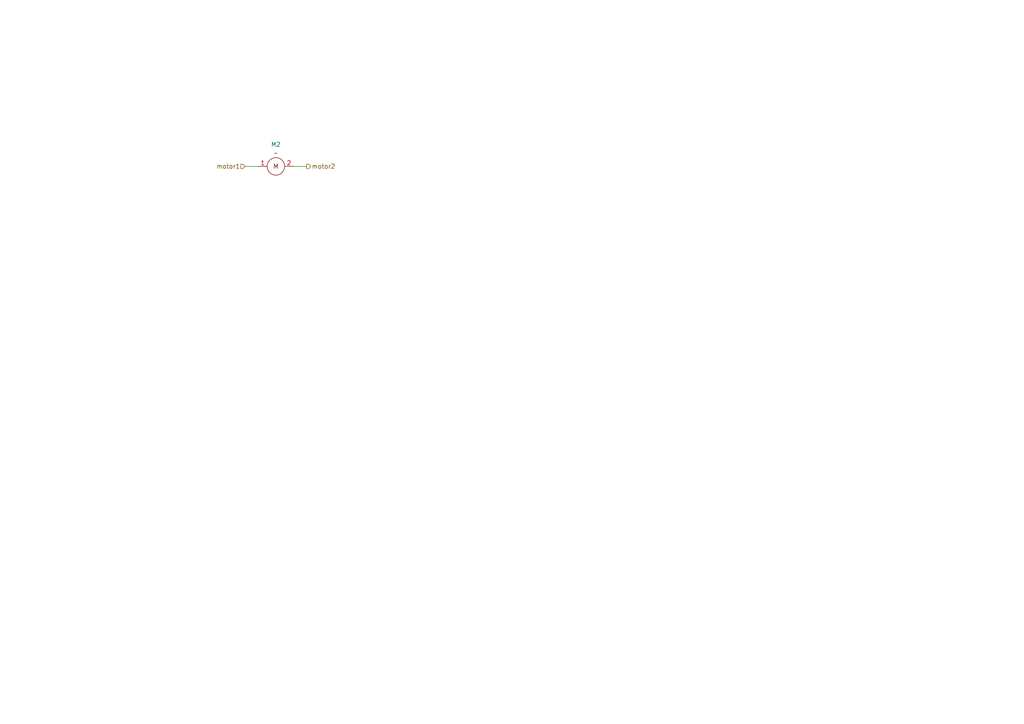
<source format=kicad_sch>
(kicad_sch
	(version 20231120)
	(generator "eeschema")
	(generator_version "8.0")
	(uuid "12edf1ba-9fed-4960-9425-1c41866c4150")
	(paper "A4")
	(lib_symbols
		(symbol "Motors_KoNaR:Motor"
			(exclude_from_sim no)
			(in_bom yes)
			(on_board yes)
			(property "Reference" "M"
				(at 0 3.556 0)
				(effects
					(font
						(size 1.27 1.27)
					)
				)
			)
			(property "Value" ""
				(at 0 0 0)
				(effects
					(font
						(size 1.27 1.27)
					)
				)
			)
			(property "Footprint" "Motors_KoNaR:Motor"
				(at 0 -4.064 0)
				(effects
					(font
						(size 1.27 1.27)
					)
					(hide yes)
				)
			)
			(property "Datasheet" ""
				(at 0 0 0)
				(effects
					(font
						(size 1.27 1.27)
					)
					(hide yes)
				)
			)
			(property "Description" ""
				(at 0 0 0)
				(effects
					(font
						(size 1.27 1.27)
					)
					(hide yes)
				)
			)
			(symbol "Motor_1_1"
				(circle
					(center 0 0)
					(radius 2.54)
					(stroke
						(width 0)
						(type default)
					)
					(fill
						(type none)
					)
				)
				(text "M"
					(at 0 0 0)
					(effects
						(font
							(size 1.27 1.27)
						)
					)
				)
				(pin input line
					(at -5.08 0 0)
					(length 2.54)
					(name ""
						(effects
							(font
								(size 1.27 1.27)
							)
						)
					)
					(number "1"
						(effects
							(font
								(size 1.27 1.27)
							)
						)
					)
				)
				(pin input line
					(at 5.08 0 180)
					(length 2.54)
					(name ""
						(effects
							(font
								(size 1.27 1.27)
							)
						)
					)
					(number "2"
						(effects
							(font
								(size 1.27 1.27)
							)
						)
					)
				)
			)
		)
	)
	(wire
		(pts
			(xy 85.09 48.26) (xy 88.9 48.26)
		)
		(stroke
			(width 0)
			(type default)
		)
		(uuid "1e0d7bdf-f221-491f-b517-41c26d2a0268")
	)
	(wire
		(pts
			(xy 71.12 48.26) (xy 74.93 48.26)
		)
		(stroke
			(width 0)
			(type default)
		)
		(uuid "bac07b01-fd4f-49dc-85ab-692026a55e6e")
	)
	(hierarchical_label "motor1"
		(shape input)
		(at 71.12 48.26 180)
		(fields_autoplaced yes)
		(effects
			(font
				(size 1.27 1.27)
			)
			(justify right)
		)
		(uuid "62ec4690-aa49-4b86-b193-e1a5714e257e")
	)
	(hierarchical_label "motor2"
		(shape output)
		(at 88.9 48.26 0)
		(fields_autoplaced yes)
		(effects
			(font
				(size 1.27 1.27)
			)
			(justify left)
		)
		(uuid "ee83e613-179b-4aa6-a711-ba1cd8f067c4")
	)
	(symbol
		(lib_id "Motors_KoNaR:Motor")
		(at 80.01 48.26 0)
		(unit 1)
		(exclude_from_sim no)
		(in_bom yes)
		(on_board yes)
		(dnp no)
		(fields_autoplaced yes)
		(uuid "012e3f47-fa8d-4df1-bebe-fe1b4aa9ef67")
		(property "Reference" "M2"
			(at 80.01 41.91 0)
			(effects
				(font
					(size 1.27 1.27)
				)
			)
		)
		(property "Value" "~"
			(at 80.01 44.45 0)
			(effects
				(font
					(size 1.27 1.27)
				)
			)
		)
		(property "Footprint" "Motors_KoNaR:Motor"
			(at 80.01 52.324 0)
			(effects
				(font
					(size 1.27 1.27)
				)
				(hide yes)
			)
		)
		(property "Datasheet" ""
			(at 80.01 48.26 0)
			(effects
				(font
					(size 1.27 1.27)
				)
				(hide yes)
			)
		)
		(property "Description" ""
			(at 80.01 48.26 0)
			(effects
				(font
					(size 1.27 1.27)
				)
				(hide yes)
			)
		)
		(pin "1"
			(uuid "443768e2-c6d8-4ccf-8d3b-11c1ffb285bf")
		)
		(pin "2"
			(uuid "001c48d7-9aa1-4ba7-82f1-8c35ee2f7439")
		)
		(instances
			(project "konar2"
				(path "/c9154aa1-f1b7-423e-bcde-0c6434e2094e/8d67ccd5-76a1-4677-96bf-3c1a354178e8"
					(reference "M2")
					(unit 1)
				)
			)
		)
	)
)
</source>
